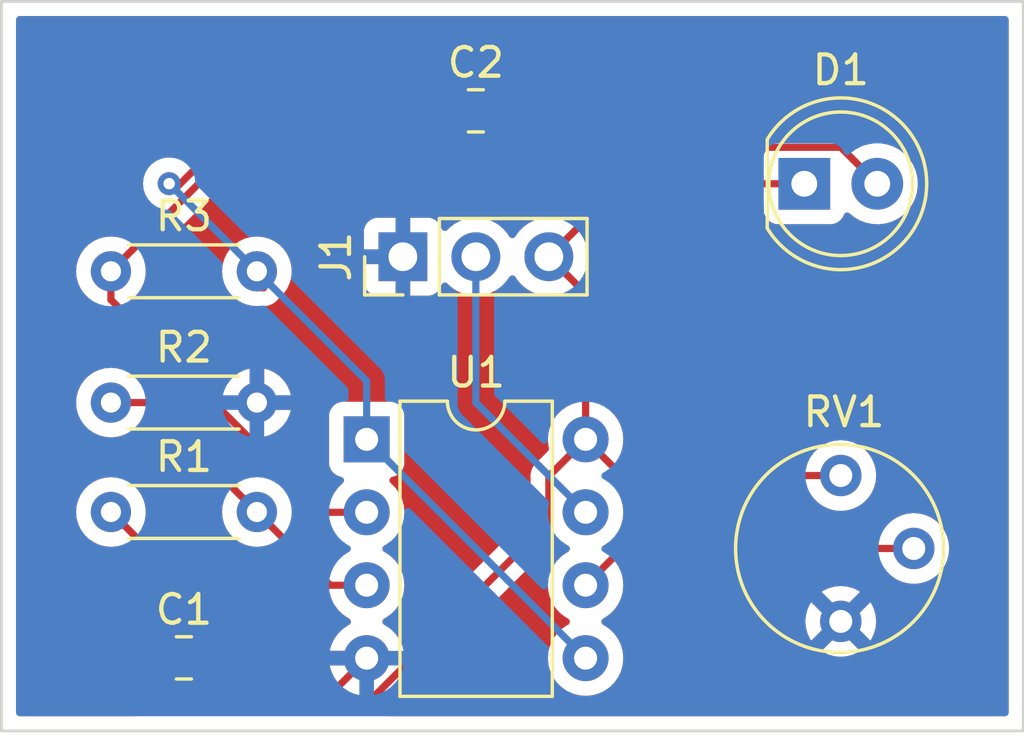
<source format=kicad_pcb>
(kicad_pcb (version 20211014) (generator pcbnew)
  (layers (0 "F.Cu" signal) (31 "B.Cu" signal) (34 "B.Paste" user) (35 "F.Paste" user) (36 "B.SilkS" user "B.Silkscreen") (37 "F.SilkS" user "F.Silkscreen") (38 "B.Mask" user) (39 "F.Mask" user) (44 "Edge.Cuts" user))
  (net 0 "")
  (net 1 "GND")
  (net 2 "+3V3")
  (net 3 "Net-(D1-Pad2)")
  (net 4 "Net-(U1-Pad1)")
  (net 5 "/Vout")
  (net 6 "Net-(R1-Pad2)")
  (net 7 "Net-(RV1-Pad2)")
  (footprint "Connector_PinHeader_2.54mm:PinHeader_1x03_P2.54mm_Vertical" (layer "F.Cu") (at 78.74 68.58 90)
    (fp_text reference "J1" (at 0 -2.33 90) (layer "F.SilkS"))
    (fp_text value "Conn_01x03")
    (fp_line (start -1.33 1.27) (end -1.33 6.41) (layer "F.SilkS") (width 0.12))
    (fp_line (start -1.33 1.27) (end 1.33 1.27) (layer "F.SilkS") (width 0.12))
    (fp_line (start -1.33 0) (end -1.33 -1.33) (layer "F.SilkS") (width 0.12))
    (fp_line (start -1.33 6.41) (end 1.33 6.41) (layer "F.SilkS") (width 0.12))
    (fp_line (start 1.33 1.27) (end 1.33 6.41) (layer "F.SilkS") (width 0.12))
    (fp_line (start -1.33 -1.33) (end 0 -1.33) (layer "F.SilkS") (width 0.12))
    (pad "1" thru_hole rect (at 0 0 90) (size 1.7 1.7) (drill 1) (layers *.Cu *.Mask) (net 1 "GND"))
    (pad "2" thru_hole oval (at 0 2.54 90) (size 1.7 1.7) (drill 1) (layers *.Cu *.Mask) (net 5 "/Vout"))
    (pad "3" thru_hole oval (at 0 5.08 90) (size 1.7 1.7) (drill 1) (layers *.Cu *.Mask) (net 2 "+3V3"))
  )
  (footprint "Resistor_THT:R_Axial_DIN0204_L3.6mm_D1.6mm_P5.08mm_Horizontal" (layer "F.Cu") (at 68.58 73.66)
    (fp_text reference "R2" (at 2.54 -1.92) (layer "F.SilkS"))
    (fp_text value "10k")
    (fp_line (start 0.62 0.92) (end 4.46 0.92) (layer "F.SilkS") (width 0.12))
    (fp_line (start 0.62 -0.92) (end 4.46 -0.92) (layer "F.SilkS") (width 0.12))
    (pad "1" thru_hole circle (at 0 0) (size 1.4 1.4) (drill 0.7) (layers *.Cu *.Mask) (net 6 "Net-(R1-Pad2)"))
    (pad "2" thru_hole oval (at 5.08 0) (size 1.4 1.4) (drill 0.7) (layers *.Cu *.Mask) (net 1 "GND"))
  )
  (footprint "Capacitor_SMD:C_0805_2012Metric" (layer "F.Cu") (at 71.12 82.55)
    (fp_text reference "C1" (at 0 -1.68) (layer "F.SilkS"))
    (fp_text value "1uF")
    (fp_line (start -0.261252 0.735) (end 0.261252 0.735) (layer "F.SilkS") (width 0.12))
    (fp_line (start -0.261252 -0.735) (end 0.261252 -0.735) (layer "F.SilkS") (width 0.12))
    (pad "1" smd roundrect (at -0.95 0) (size 1 1.45) (layers "F.Cu" "F.Paste" "F.Mask") (net 1 "GND"))
    (pad "2" smd roundrect (at 0.95 0) (size 1 1.45) (layers "F.Cu" "F.Paste" "F.Mask") (net 2 "+3V3"))
  )
  (footprint "Resistor_THT:R_Axial_DIN0204_L3.6mm_D1.6mm_P5.08mm_Horizontal" (layer "F.Cu") (at 68.58 69.088)
    (fp_text reference "R3" (at 2.54 -1.92) (layer "F.SilkS"))
    (fp_text value "5.1M")
    (fp_line (start 0.62 -0.92) (end 4.46 -0.92) (layer "F.SilkS") (width 0.12))
    (fp_line (start 0.62 0.92) (end 4.46 0.92) (layer "F.SilkS") (width 0.12))
    (pad "1" thru_hole circle (at 0 0) (size 1.4 1.4) (drill 0.7) (layers *.Cu *.Mask) (net 3 "Net-(D1-Pad2)"))
    (pad "2" thru_hole oval (at 5.08 0) (size 1.4 1.4) (drill 0.7) (layers *.Cu *.Mask) (net 4 "Net-(U1-Pad1)"))
  )
  (footprint "Resistor_THT:R_Axial_DIN0204_L3.6mm_D1.6mm_P5.08mm_Horizontal" (layer "F.Cu") (at 68.58 77.47)
    (fp_text reference "R1" (at 2.54 -1.92) (layer "F.SilkS"))
    (fp_text value "10k")
    (fp_line (start 0.62 0.92) (end 4.46 0.92) (layer "F.SilkS") (width 0.12))
    (fp_line (start 0.62 -0.92) (end 4.46 -0.92) (layer "F.SilkS") (width 0.12))
    (pad "1" thru_hole circle (at 0 0) (size 1.4 1.4) (drill 0.7) (layers *.Cu *.Mask) (net 2 "+3V3"))
    (pad "2" thru_hole oval (at 5.08 0) (size 1.4 1.4) (drill 0.7) (layers *.Cu *.Mask) (net 6 "Net-(R1-Pad2)"))
  )
  (footprint "Package_DIP:DIP-8_W7.62mm" (layer "F.Cu") (at 77.48 74.94)
    (fp_text reference "U1" (at 3.81 -2.33) (layer "F.SilkS"))
    (fp_text value "LMC6482")
    (fp_line (start 6.46 -1.33) (end 4.81 -1.33) (layer "F.SilkS") (width 0.12))
    (fp_line (start 6.46 8.95) (end 6.46 -1.33) (layer "F.SilkS") (width 0.12))
    (fp_line (start 1.16 -1.33) (end 1.16 8.95) (layer "F.SilkS") (width 0.12))
    (fp_line (start 2.81 -1.33) (end 1.16 -1.33) (layer "F.SilkS") (width 0.12))
    (fp_line (start 1.16 8.95) (end 6.46 8.95) (layer "F.SilkS") (width 0.12))
    (fp_arc (start 4.81 -1.33) (mid 3.81 -0.33) (end 2.81 -1.33) (layer "F.SilkS") (width 0.12))
    (pad "1" thru_hole rect (at 0 0) (size 1.6 1.6) (drill 0.8) (layers *.Cu *.Mask) (net 4 "Net-(U1-Pad1)"))
    (pad "2" thru_hole oval (at 0 2.54) (size 1.6 1.6) (drill 0.8) (layers *.Cu *.Mask) (net 3 "Net-(D1-Pad2)"))
    (pad "3" thru_hole oval (at 0 5.08) (size 1.6 1.6) (drill 0.8) (layers *.Cu *.Mask) (net 6 "Net-(R1-Pad2)"))
    (pad "4" thru_hole oval (at 0 7.62) (size 1.6 1.6) (drill 0.8) (layers *.Cu *.Mask) (net 1 "GND"))
    (pad "5" thru_hole oval (at 7.62 7.62) (size 1.6 1.6) (drill 0.8) (layers *.Cu *.Mask) (net 4 "Net-(U1-Pad1)"))
    (pad "6" thru_hole oval (at 7.62 5.08) (size 1.6 1.6) (drill 0.8) (layers *.Cu *.Mask) (net 7 "Net-(RV1-Pad2)"))
    (pad "7" thru_hole oval (at 7.62 2.54) (size 1.6 1.6) (drill 0.8) (layers *.Cu *.Mask) (net 5 "/Vout"))
    (pad "8" thru_hole oval (at 7.62 0) (size 1.6 1.6) (drill 0.8) (layers *.Cu *.Mask) (net 2 "+3V3"))
  )
  (footprint "Capacitor_SMD:C_0805_2012Metric" (layer "F.Cu") (at 81.28 63.5)
    (fp_text reference "C2" (at 0 -1.68) (layer "F.SilkS"))
    (fp_text value "100nF")
    (fp_line (start -0.261252 -0.735) (end 0.261252 -0.735) (layer "F.SilkS") (width 0.12))
    (fp_line (start -0.261252 0.735) (end 0.261252 0.735) (layer "F.SilkS") (width 0.12))
    (pad "1" smd roundrect (at -0.95 0) (size 1 1.45) (layers "F.Cu" "F.Paste" "F.Mask") (net 3 "Net-(D1-Pad2)"))
    (pad "2" smd roundrect (at 0.95 0) (size 1 1.45) (layers "F.Cu" "F.Paste" "F.Mask") (net 4 "Net-(U1-Pad1)"))
  )
  (footprint "LED_THT:LED_D5.0mm" (layer "F.Cu") (at 92.71 66.04)
    (fp_text reference "D1" (at 1.27 -3.96) (layer "F.SilkS"))
    (fp_text value "LED")
    (fp_line (start -1.29 -1.545) (end -1.29 1.545) (layer "F.SilkS") (width 0.12))
    (fp_arc (start -1.29 -1.54483) (mid 2.072002 -2.880433) (end 4.26 0.000462) (layer "F.SilkS") (width 0.12))
    (fp_arc (start 4.26 -0.000462) (mid 2.072002 2.880433) (end -1.29 1.54483) (layer "F.SilkS") (width 0.12))
    (fp_circle (center 1.27 0) (end 3.77 0) (layer "F.SilkS") (width 0.12) (fill none))
    (pad "1" thru_hole rect (at 0 0) (size 1.8 1.8) (drill 0.9) (layers *.Cu *.Mask) (net 2 "+3V3"))
    (pad "2" thru_hole circle (at 2.54 0) (size 1.8 1.8) (drill 0.9) (layers *.Cu *.Mask) (net 3 "Net-(D1-Pad2)"))
  )
  (footprint "Potentiometer_THT:Potentiometer_Vishay_T7-YA_Single_Vertical" (layer "F.Cu") (at 93.98 81.28)
    (fp_text reference "RV1" (at 0.11 -7.29) (layer "F.SilkS"))
    (fp_text value "R_Potentiometer")
    (fp_circle (center -0.041 -2.54) (end 3.579 -2.54) (layer "F.SilkS") (width 0.12) (fill none))
    (pad "1" thru_hole circle (at 0 0) (size 1.44 1.44) (drill 0.8) (layers *.Cu *.Mask) (net 1 "GND"))
    (pad "2" thru_hole circle (at 2.54 -2.54) (size 1.44 1.44) (drill 0.8) (layers *.Cu *.Mask) (net 7 "Net-(RV1-Pad2)"))
    (pad "3" thru_hole circle (at 0 -5.08) (size 1.44 1.44) (drill 0.8) (layers *.Cu *.Mask) (net 2 "+3V3"))
  )
  (gr_line (start 67.31 59.69) (end 100.33 59.69) (layer "Edge.Cuts") (width 0.1))
  (gr_line (start 100.33 85.09) (end 64.77 85.09) (layer "Edge.Cuts") (width 0.1))
  (gr_line (start 100.33 59.69) (end 100.33 85.09) (layer "Edge.Cuts") (width 0.1))
  (gr_line (start 64.77 85.09) (end 64.77 59.69) (layer "Edge.Cuts") (width 0.1))
  (gr_line (start 64.77 59.69) (end 67.31 59.69) (layer "Edge.Cuts") (width 0.1))
  (segment (start 70.17 82.55) (end 71.21952 83.59952) (width 0.25) (layer "F.Cu") (net 1))
  (segment (start 71.21952 83.59952) (end 76.44048 83.59952) (width 0.25) (layer "F.Cu") (net 1))
  (segment (start 76.44048 83.59952) (end 77.48 82.56) (width 0.25) (layer "F.Cu") (net 1))
  (segment (start 72.07 82.55) (end 71.02048 81.50048) (width 0.25) (layer "F.Cu") (net 2))
  (segment (start 69.34548 81.837027) (end 69.34548 83.262973) (width 0.25) (layer "F.Cu") (net 2))
  (segment (start 70.131547 84.04904) (end 77.58126 84.04904) (width 0.25) (layer "F.Cu") (net 2))
  (segment (start 77.58126 84.04904) (end 83.82 77.8103) (width 0.25) (layer "F.Cu") (net 2))
  (segment (start 93.98 76.2) (end 86.36 76.2) (width 0.25) (layer "F.Cu") (net 2))
  (segment (start 69.682027 81.50048) (end 69.34548 81.837027) (width 0.25) (layer "F.Cu") (net 2))
  (segment (start 85.1 69.86) (end 83.82 68.58) (width 0.25) (layer "F.Cu") (net 2))
  (segment (start 83.82 77.8103) (end 83.82 76.22) (width 0.25) (layer "F.Cu") (net 2))
  (segment (start 86.36 76.2) (end 85.1 74.94) (width 0.25) (layer "F.Cu") (net 2))
  (segment (start 86.36 66.04) (end 83.82 68.58) (width 0.25) (layer "F.Cu") (net 2))
  (segment (start 69.34548 83.262973) (end 70.131547 84.04904) (width 0.25) (layer "F.Cu") (net 2))
  (segment (start 85.1 74.94) (end 85.1 69.86) (width 0.25) (layer "F.Cu") (net 2))
  (segment (start 72.07 80.96) (end 72.07 82.55) (width 0.25) (layer "F.Cu") (net 2))
  (segment (start 71.02048 81.50048) (end 69.682027 81.50048) (width 0.25) (layer "F.Cu") (net 2))
  (segment (start 83.82 76.22) (end 85.1 74.94) (width 0.25) (layer "F.Cu") (net 2))
  (segment (start 92.71 66.04) (end 86.36 66.04) (width 0.25) (layer "F.Cu") (net 2))
  (segment (start 68.58 77.47) (end 72.07 80.96) (width 0.25) (layer "F.Cu") (net 2))
  (segment (start 68.58 70.077949) (end 75.982051 77.48) (width 0.25) (layer "F.Cu") (net 3))
  (segment (start 93.98 64.77) (end 95.25 66.04) (width 0.25) (layer "F.Cu") (net 3))
  (segment (start 68.58 69.088) (end 72.898 64.77) (width 0.25) (layer "F.Cu") (net 3))
  (segment (start 72.898 64.77) (end 93.98 64.77) (width 0.25) (layer "F.Cu") (net 3))
  (segment (start 72.898 64.77) (end 79.06 64.77) (width 0.25) (layer "F.Cu") (net 3))
  (segment (start 79.06 64.77) (end 80.33 63.5) (width 0.25) (layer "F.Cu") (net 3))
  (segment (start 68.58 69.088) (end 68.58 70.077949) (width 0.25) (layer "F.Cu") (net 3))
  (segment (start 75.982051 77.48) (end 77.48 77.48) (width 0.25) (layer "F.Cu") (net 3))
  (segment (start 74.581803 62.45048) (end 70.802142 66.230142) (width 0.25) (layer "F.Cu") (net 4))
  (segment (start 73.66 69.088) (end 73.66 69.662991) (width 0.25) (layer "F.Cu") (net 4))
  (segment (start 82.23 63.5) (end 81.18048 62.45048) (width 0.25) (layer "F.Cu") (net 4))
  (segment (start 81.18048 62.45048) (end 74.581803 62.45048) (width 0.25) (layer "F.Cu") (net 4))
  (segment (start 73.66 69.662991) (end 73.898169 69.662991) (width 0.25) (layer "F.Cu") (net 4))
  (via (at 70.607701 66.035701) (size 0.8) (drill 0.4) (layers "F.Cu" "B.Cu") (net 4))
  (segment (start 73.66 69.088) (end 70.607701 66.035701) (width 0.25) (layer "B.Cu") (net 4))
  (segment (start 77.48 74.94) (end 85.1 82.56) (width 0.25) (layer "B.Cu") (net 4))
  (segment (start 73.66 69.088) (end 77.48 72.908) (width 0.25) (layer "B.Cu") (net 4))
  (segment (start 77.48 72.908) (end 77.48 74.94) (width 0.25) (layer "B.Cu") (net 4))
  (segment (start 81.28 68.58) (end 81.28 73.66) (width 0.25) (layer "B.Cu") (net 5))
  (segment (start 81.28 73.66) (end 85.1 77.48) (width 0.25) (layer "B.Cu") (net 5))
  (segment (start 73.66 77.47) (end 76.21 80.02) (width 0.25) (layer "F.Cu") (net 6))
  (segment (start 68.58 73.66) (end 69.85 73.66) (width 0.25) (layer "F.Cu") (net 6))
  (segment (start 69.85 73.66) (end 73.66 77.47) (width 0.25) (layer "F.Cu") (net 6))
  (segment (start 76.21 80.02) (end 77.48 80.02) (width 0.25) (layer "F.Cu") (net 6))
  (segment (start 96.52 78.74) (end 86.38 78.74) (width 0.25) (layer "F.Cu") (net 7))
  (segment (start 86.38 78.74) (end 85.1 80.02) (width 0.25) (layer "F.Cu") (net 7))
  (zone (net 1) (net_name "GND") (layer "F.Cu") (connect_pads (clearance 0.508)) (min_thickness 0.254) (fill yes (thermal_gap 0.508) (thermal_bridge_width 0.508))
    (polygon (pts (xy 100.33 85.09) (xy 64.77 85.09) (xy 64.77 59.69) (xy 100.33 59.69)))
  )
  (zone (net 1) (net_name "GND") (layer "B.Cu") (connect_pads (clearance 0.508)) (min_thickness 0.254) (fill yes (thermal_gap 0.508) (thermal_bridge_width 0.508))
    (polygon (pts (xy 100.33 85.09) (xy 64.77 85.09) (xy 64.77 59.69) (xy 100.33 59.69)))
  )
)
</source>
